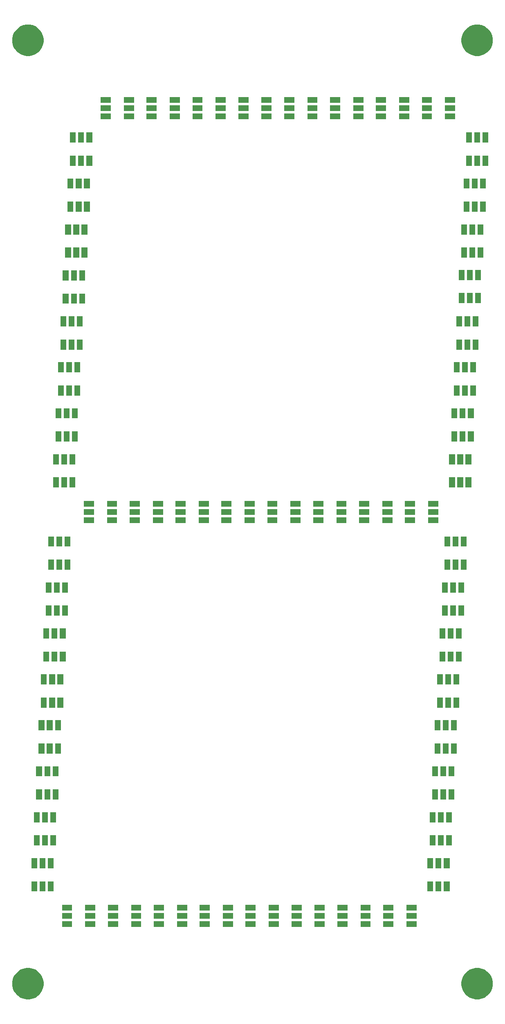
<source format=gbr>
G04 #@! TF.GenerationSoftware,KiCad,Pcbnew,(5.1.4)-1*
G04 #@! TF.CreationDate,2019-11-12T22:00:31+01:00*
G04 #@! TF.ProjectId,Digit,44696769-742e-46b6-9963-61645f706362,rev?*
G04 #@! TF.SameCoordinates,Original*
G04 #@! TF.FileFunction,Soldermask,Top*
G04 #@! TF.FilePolarity,Negative*
%FSLAX46Y46*%
G04 Gerber Fmt 4.6, Leading zero omitted, Abs format (unit mm)*
G04 Created by KiCad (PCBNEW (5.1.4)-1) date 2019-11-12 22:00:31*
%MOMM*%
%LPD*%
G04 APERTURE LIST*
%ADD10C,0.100000*%
G04 APERTURE END LIST*
D10*
G36*
X163448282Y-225373934D02*
G01*
X164039926Y-225619001D01*
X164572392Y-225974784D01*
X165025216Y-226427608D01*
X165380999Y-226960074D01*
X165626066Y-227551718D01*
X165751000Y-228179804D01*
X165751000Y-228820196D01*
X165626066Y-229448282D01*
X165380999Y-230039926D01*
X165025216Y-230572392D01*
X164572392Y-231025216D01*
X164039926Y-231380999D01*
X163448282Y-231626066D01*
X162820196Y-231751000D01*
X162179804Y-231751000D01*
X161551718Y-231626066D01*
X160960074Y-231380999D01*
X160427608Y-231025216D01*
X159974784Y-230572392D01*
X159619001Y-230039926D01*
X159373934Y-229448282D01*
X159249000Y-228820196D01*
X159249000Y-228179804D01*
X159373934Y-227551718D01*
X159619001Y-226960074D01*
X159974784Y-226427608D01*
X160427608Y-225974784D01*
X160960074Y-225619001D01*
X161551718Y-225373934D01*
X162179804Y-225249000D01*
X162820196Y-225249000D01*
X163448282Y-225373934D01*
X163448282Y-225373934D01*
G37*
G36*
X70448282Y-225373934D02*
G01*
X71039926Y-225619001D01*
X71572392Y-225974784D01*
X72025216Y-226427608D01*
X72380999Y-226960074D01*
X72626066Y-227551718D01*
X72751000Y-228179804D01*
X72751000Y-228820196D01*
X72626066Y-229448282D01*
X72380999Y-230039926D01*
X72025216Y-230572392D01*
X71572392Y-231025216D01*
X71039926Y-231380999D01*
X70448282Y-231626066D01*
X69820196Y-231751000D01*
X69179804Y-231751000D01*
X68551718Y-231626066D01*
X67960074Y-231380999D01*
X67427608Y-231025216D01*
X66974784Y-230572392D01*
X66619001Y-230039926D01*
X66373934Y-229448282D01*
X66249000Y-228820196D01*
X66249000Y-228179804D01*
X66373934Y-227551718D01*
X66619001Y-226960074D01*
X66974784Y-226427608D01*
X67427608Y-225974784D01*
X67960074Y-225619001D01*
X68551718Y-225373934D01*
X69179804Y-225249000D01*
X69820196Y-225249000D01*
X70448282Y-225373934D01*
X70448282Y-225373934D01*
G37*
G36*
X149951000Y-216801000D02*
G01*
X147849000Y-216801000D01*
X147849000Y-215599000D01*
X149951000Y-215599000D01*
X149951000Y-216801000D01*
X149951000Y-216801000D01*
G37*
G36*
X145151000Y-216801000D02*
G01*
X143049000Y-216801000D01*
X143049000Y-215599000D01*
X145151000Y-215599000D01*
X145151000Y-216801000D01*
X145151000Y-216801000D01*
G37*
G36*
X78651000Y-216801000D02*
G01*
X76549000Y-216801000D01*
X76549000Y-215599000D01*
X78651000Y-215599000D01*
X78651000Y-216801000D01*
X78651000Y-216801000D01*
G37*
G36*
X83451000Y-216801000D02*
G01*
X81349000Y-216801000D01*
X81349000Y-215599000D01*
X83451000Y-215599000D01*
X83451000Y-216801000D01*
X83451000Y-216801000D01*
G37*
G36*
X92951000Y-216801000D02*
G01*
X90849000Y-216801000D01*
X90849000Y-215599000D01*
X92951000Y-215599000D01*
X92951000Y-216801000D01*
X92951000Y-216801000D01*
G37*
G36*
X88151000Y-216801000D02*
G01*
X86049000Y-216801000D01*
X86049000Y-215599000D01*
X88151000Y-215599000D01*
X88151000Y-216801000D01*
X88151000Y-216801000D01*
G37*
G36*
X97651000Y-216801000D02*
G01*
X95549000Y-216801000D01*
X95549000Y-215599000D01*
X97651000Y-215599000D01*
X97651000Y-216801000D01*
X97651000Y-216801000D01*
G37*
G36*
X102451000Y-216801000D02*
G01*
X100349000Y-216801000D01*
X100349000Y-215599000D01*
X102451000Y-215599000D01*
X102451000Y-216801000D01*
X102451000Y-216801000D01*
G37*
G36*
X107151000Y-216801000D02*
G01*
X105049000Y-216801000D01*
X105049000Y-215599000D01*
X107151000Y-215599000D01*
X107151000Y-216801000D01*
X107151000Y-216801000D01*
G37*
G36*
X111951000Y-216801000D02*
G01*
X109849000Y-216801000D01*
X109849000Y-215599000D01*
X111951000Y-215599000D01*
X111951000Y-216801000D01*
X111951000Y-216801000D01*
G37*
G36*
X116651000Y-216801000D02*
G01*
X114549000Y-216801000D01*
X114549000Y-215599000D01*
X116651000Y-215599000D01*
X116651000Y-216801000D01*
X116651000Y-216801000D01*
G37*
G36*
X121451000Y-216801000D02*
G01*
X119349000Y-216801000D01*
X119349000Y-215599000D01*
X121451000Y-215599000D01*
X121451000Y-216801000D01*
X121451000Y-216801000D01*
G37*
G36*
X126151000Y-216801000D02*
G01*
X124049000Y-216801000D01*
X124049000Y-215599000D01*
X126151000Y-215599000D01*
X126151000Y-216801000D01*
X126151000Y-216801000D01*
G37*
G36*
X130951000Y-216801000D02*
G01*
X128849000Y-216801000D01*
X128849000Y-215599000D01*
X130951000Y-215599000D01*
X130951000Y-216801000D01*
X130951000Y-216801000D01*
G37*
G36*
X135651000Y-216801000D02*
G01*
X133549000Y-216801000D01*
X133549000Y-215599000D01*
X135651000Y-215599000D01*
X135651000Y-216801000D01*
X135651000Y-216801000D01*
G37*
G36*
X140451000Y-216801000D02*
G01*
X138349000Y-216801000D01*
X138349000Y-215599000D01*
X140451000Y-215599000D01*
X140451000Y-216801000D01*
X140451000Y-216801000D01*
G37*
G36*
X135651000Y-215101000D02*
G01*
X133549000Y-215101000D01*
X133549000Y-213899000D01*
X135651000Y-213899000D01*
X135651000Y-215101000D01*
X135651000Y-215101000D01*
G37*
G36*
X102451000Y-215101000D02*
G01*
X100349000Y-215101000D01*
X100349000Y-213899000D01*
X102451000Y-213899000D01*
X102451000Y-215101000D01*
X102451000Y-215101000D01*
G37*
G36*
X107151000Y-215101000D02*
G01*
X105049000Y-215101000D01*
X105049000Y-213899000D01*
X107151000Y-213899000D01*
X107151000Y-215101000D01*
X107151000Y-215101000D01*
G37*
G36*
X111951000Y-215101000D02*
G01*
X109849000Y-215101000D01*
X109849000Y-213899000D01*
X111951000Y-213899000D01*
X111951000Y-215101000D01*
X111951000Y-215101000D01*
G37*
G36*
X97651000Y-215101000D02*
G01*
X95549000Y-215101000D01*
X95549000Y-213899000D01*
X97651000Y-213899000D01*
X97651000Y-215101000D01*
X97651000Y-215101000D01*
G37*
G36*
X88151000Y-215101000D02*
G01*
X86049000Y-215101000D01*
X86049000Y-213899000D01*
X88151000Y-213899000D01*
X88151000Y-215101000D01*
X88151000Y-215101000D01*
G37*
G36*
X116651000Y-215101000D02*
G01*
X114549000Y-215101000D01*
X114549000Y-213899000D01*
X116651000Y-213899000D01*
X116651000Y-215101000D01*
X116651000Y-215101000D01*
G37*
G36*
X121451000Y-215101000D02*
G01*
X119349000Y-215101000D01*
X119349000Y-213899000D01*
X121451000Y-213899000D01*
X121451000Y-215101000D01*
X121451000Y-215101000D01*
G37*
G36*
X126151000Y-215101000D02*
G01*
X124049000Y-215101000D01*
X124049000Y-213899000D01*
X126151000Y-213899000D01*
X126151000Y-215101000D01*
X126151000Y-215101000D01*
G37*
G36*
X149951000Y-215101000D02*
G01*
X147849000Y-215101000D01*
X147849000Y-213899000D01*
X149951000Y-213899000D01*
X149951000Y-215101000D01*
X149951000Y-215101000D01*
G37*
G36*
X140451000Y-215101000D02*
G01*
X138349000Y-215101000D01*
X138349000Y-213899000D01*
X140451000Y-213899000D01*
X140451000Y-215101000D01*
X140451000Y-215101000D01*
G37*
G36*
X145151000Y-215101000D02*
G01*
X143049000Y-215101000D01*
X143049000Y-213899000D01*
X145151000Y-213899000D01*
X145151000Y-215101000D01*
X145151000Y-215101000D01*
G37*
G36*
X92951000Y-215101000D02*
G01*
X90849000Y-215101000D01*
X90849000Y-213899000D01*
X92951000Y-213899000D01*
X92951000Y-215101000D01*
X92951000Y-215101000D01*
G37*
G36*
X78651000Y-215101000D02*
G01*
X76549000Y-215101000D01*
X76549000Y-213899000D01*
X78651000Y-213899000D01*
X78651000Y-215101000D01*
X78651000Y-215101000D01*
G37*
G36*
X83451000Y-215101000D02*
G01*
X81349000Y-215101000D01*
X81349000Y-213899000D01*
X83451000Y-213899000D01*
X83451000Y-215101000D01*
X83451000Y-215101000D01*
G37*
G36*
X130951000Y-215101000D02*
G01*
X128849000Y-215101000D01*
X128849000Y-213899000D01*
X130951000Y-213899000D01*
X130951000Y-215101000D01*
X130951000Y-215101000D01*
G37*
G36*
X97651000Y-213401000D02*
G01*
X95549000Y-213401000D01*
X95549000Y-212199000D01*
X97651000Y-212199000D01*
X97651000Y-213401000D01*
X97651000Y-213401000D01*
G37*
G36*
X78651000Y-213401000D02*
G01*
X76549000Y-213401000D01*
X76549000Y-212199000D01*
X78651000Y-212199000D01*
X78651000Y-213401000D01*
X78651000Y-213401000D01*
G37*
G36*
X111951000Y-213401000D02*
G01*
X109849000Y-213401000D01*
X109849000Y-212199000D01*
X111951000Y-212199000D01*
X111951000Y-213401000D01*
X111951000Y-213401000D01*
G37*
G36*
X116651000Y-213401000D02*
G01*
X114549000Y-213401000D01*
X114549000Y-212199000D01*
X116651000Y-212199000D01*
X116651000Y-213401000D01*
X116651000Y-213401000D01*
G37*
G36*
X102451000Y-213401000D02*
G01*
X100349000Y-213401000D01*
X100349000Y-212199000D01*
X102451000Y-212199000D01*
X102451000Y-213401000D01*
X102451000Y-213401000D01*
G37*
G36*
X121451000Y-213401000D02*
G01*
X119349000Y-213401000D01*
X119349000Y-212199000D01*
X121451000Y-212199000D01*
X121451000Y-213401000D01*
X121451000Y-213401000D01*
G37*
G36*
X126151000Y-213401000D02*
G01*
X124049000Y-213401000D01*
X124049000Y-212199000D01*
X126151000Y-212199000D01*
X126151000Y-213401000D01*
X126151000Y-213401000D01*
G37*
G36*
X130951000Y-213401000D02*
G01*
X128849000Y-213401000D01*
X128849000Y-212199000D01*
X130951000Y-212199000D01*
X130951000Y-213401000D01*
X130951000Y-213401000D01*
G37*
G36*
X107151000Y-213401000D02*
G01*
X105049000Y-213401000D01*
X105049000Y-212199000D01*
X107151000Y-212199000D01*
X107151000Y-213401000D01*
X107151000Y-213401000D01*
G37*
G36*
X135651000Y-213401000D02*
G01*
X133549000Y-213401000D01*
X133549000Y-212199000D01*
X135651000Y-212199000D01*
X135651000Y-213401000D01*
X135651000Y-213401000D01*
G37*
G36*
X83451000Y-213401000D02*
G01*
X81349000Y-213401000D01*
X81349000Y-212199000D01*
X83451000Y-212199000D01*
X83451000Y-213401000D01*
X83451000Y-213401000D01*
G37*
G36*
X149951000Y-213401000D02*
G01*
X147849000Y-213401000D01*
X147849000Y-212199000D01*
X149951000Y-212199000D01*
X149951000Y-213401000D01*
X149951000Y-213401000D01*
G37*
G36*
X145151000Y-213401000D02*
G01*
X143049000Y-213401000D01*
X143049000Y-212199000D01*
X145151000Y-212199000D01*
X145151000Y-213401000D01*
X145151000Y-213401000D01*
G37*
G36*
X92951000Y-213401000D02*
G01*
X90849000Y-213401000D01*
X90849000Y-212199000D01*
X92951000Y-212199000D01*
X92951000Y-213401000D01*
X92951000Y-213401000D01*
G37*
G36*
X88151000Y-213401000D02*
G01*
X86049000Y-213401000D01*
X86049000Y-212199000D01*
X88151000Y-212199000D01*
X88151000Y-213401000D01*
X88151000Y-213401000D01*
G37*
G36*
X140451000Y-213401000D02*
G01*
X138349000Y-213401000D01*
X138349000Y-212199000D01*
X140451000Y-212199000D01*
X140451000Y-213401000D01*
X140451000Y-213401000D01*
G37*
G36*
X156801000Y-209451000D02*
G01*
X155599000Y-209451000D01*
X155599000Y-207349000D01*
X156801000Y-207349000D01*
X156801000Y-209451000D01*
X156801000Y-209451000D01*
G37*
G36*
X74801000Y-209451000D02*
G01*
X73599000Y-209451000D01*
X73599000Y-207349000D01*
X74801000Y-207349000D01*
X74801000Y-209451000D01*
X74801000Y-209451000D01*
G37*
G36*
X73101000Y-209451000D02*
G01*
X71899000Y-209451000D01*
X71899000Y-207349000D01*
X73101000Y-207349000D01*
X73101000Y-209451000D01*
X73101000Y-209451000D01*
G37*
G36*
X71401000Y-209451000D02*
G01*
X70199000Y-209451000D01*
X70199000Y-207349000D01*
X71401000Y-207349000D01*
X71401000Y-209451000D01*
X71401000Y-209451000D01*
G37*
G36*
X155101000Y-209451000D02*
G01*
X153899000Y-209451000D01*
X153899000Y-207349000D01*
X155101000Y-207349000D01*
X155101000Y-209451000D01*
X155101000Y-209451000D01*
G37*
G36*
X153401000Y-209451000D02*
G01*
X152199000Y-209451000D01*
X152199000Y-207349000D01*
X153401000Y-207349000D01*
X153401000Y-209451000D01*
X153401000Y-209451000D01*
G37*
G36*
X153401000Y-204651000D02*
G01*
X152199000Y-204651000D01*
X152199000Y-202549000D01*
X153401000Y-202549000D01*
X153401000Y-204651000D01*
X153401000Y-204651000D01*
G37*
G36*
X74801000Y-204651000D02*
G01*
X73599000Y-204651000D01*
X73599000Y-202549000D01*
X74801000Y-202549000D01*
X74801000Y-204651000D01*
X74801000Y-204651000D01*
G37*
G36*
X73101000Y-204651000D02*
G01*
X71899000Y-204651000D01*
X71899000Y-202549000D01*
X73101000Y-202549000D01*
X73101000Y-204651000D01*
X73101000Y-204651000D01*
G37*
G36*
X71401000Y-204651000D02*
G01*
X70199000Y-204651000D01*
X70199000Y-202549000D01*
X71401000Y-202549000D01*
X71401000Y-204651000D01*
X71401000Y-204651000D01*
G37*
G36*
X156801000Y-204651000D02*
G01*
X155599000Y-204651000D01*
X155599000Y-202549000D01*
X156801000Y-202549000D01*
X156801000Y-204651000D01*
X156801000Y-204651000D01*
G37*
G36*
X155101000Y-204651000D02*
G01*
X153899000Y-204651000D01*
X153899000Y-202549000D01*
X155101000Y-202549000D01*
X155101000Y-204651000D01*
X155101000Y-204651000D01*
G37*
G36*
X73601000Y-199951000D02*
G01*
X72399000Y-199951000D01*
X72399000Y-197849000D01*
X73601000Y-197849000D01*
X73601000Y-199951000D01*
X73601000Y-199951000D01*
G37*
G36*
X157301000Y-199951000D02*
G01*
X156099000Y-199951000D01*
X156099000Y-197849000D01*
X157301000Y-197849000D01*
X157301000Y-199951000D01*
X157301000Y-199951000D01*
G37*
G36*
X155601000Y-199951000D02*
G01*
X154399000Y-199951000D01*
X154399000Y-197849000D01*
X155601000Y-197849000D01*
X155601000Y-199951000D01*
X155601000Y-199951000D01*
G37*
G36*
X75301000Y-199951000D02*
G01*
X74099000Y-199951000D01*
X74099000Y-197849000D01*
X75301000Y-197849000D01*
X75301000Y-199951000D01*
X75301000Y-199951000D01*
G37*
G36*
X71901000Y-199951000D02*
G01*
X70699000Y-199951000D01*
X70699000Y-197849000D01*
X71901000Y-197849000D01*
X71901000Y-199951000D01*
X71901000Y-199951000D01*
G37*
G36*
X153901000Y-199951000D02*
G01*
X152699000Y-199951000D01*
X152699000Y-197849000D01*
X153901000Y-197849000D01*
X153901000Y-199951000D01*
X153901000Y-199951000D01*
G37*
G36*
X155601000Y-195151000D02*
G01*
X154399000Y-195151000D01*
X154399000Y-193049000D01*
X155601000Y-193049000D01*
X155601000Y-195151000D01*
X155601000Y-195151000D01*
G37*
G36*
X71901000Y-195151000D02*
G01*
X70699000Y-195151000D01*
X70699000Y-193049000D01*
X71901000Y-193049000D01*
X71901000Y-195151000D01*
X71901000Y-195151000D01*
G37*
G36*
X73601000Y-195151000D02*
G01*
X72399000Y-195151000D01*
X72399000Y-193049000D01*
X73601000Y-193049000D01*
X73601000Y-195151000D01*
X73601000Y-195151000D01*
G37*
G36*
X75301000Y-195151000D02*
G01*
X74099000Y-195151000D01*
X74099000Y-193049000D01*
X75301000Y-193049000D01*
X75301000Y-195151000D01*
X75301000Y-195151000D01*
G37*
G36*
X157301000Y-195151000D02*
G01*
X156099000Y-195151000D01*
X156099000Y-193049000D01*
X157301000Y-193049000D01*
X157301000Y-195151000D01*
X157301000Y-195151000D01*
G37*
G36*
X153901000Y-195151000D02*
G01*
X152699000Y-195151000D01*
X152699000Y-193049000D01*
X153901000Y-193049000D01*
X153901000Y-195151000D01*
X153901000Y-195151000D01*
G37*
G36*
X156101000Y-190451000D02*
G01*
X154899000Y-190451000D01*
X154899000Y-188349000D01*
X156101000Y-188349000D01*
X156101000Y-190451000D01*
X156101000Y-190451000D01*
G37*
G36*
X72401000Y-190451000D02*
G01*
X71199000Y-190451000D01*
X71199000Y-188349000D01*
X72401000Y-188349000D01*
X72401000Y-190451000D01*
X72401000Y-190451000D01*
G37*
G36*
X157801000Y-190451000D02*
G01*
X156599000Y-190451000D01*
X156599000Y-188349000D01*
X157801000Y-188349000D01*
X157801000Y-190451000D01*
X157801000Y-190451000D01*
G37*
G36*
X154401000Y-190451000D02*
G01*
X153199000Y-190451000D01*
X153199000Y-188349000D01*
X154401000Y-188349000D01*
X154401000Y-190451000D01*
X154401000Y-190451000D01*
G37*
G36*
X74101000Y-190451000D02*
G01*
X72899000Y-190451000D01*
X72899000Y-188349000D01*
X74101000Y-188349000D01*
X74101000Y-190451000D01*
X74101000Y-190451000D01*
G37*
G36*
X75801000Y-190451000D02*
G01*
X74599000Y-190451000D01*
X74599000Y-188349000D01*
X75801000Y-188349000D01*
X75801000Y-190451000D01*
X75801000Y-190451000D01*
G37*
G36*
X72401000Y-185651000D02*
G01*
X71199000Y-185651000D01*
X71199000Y-183549000D01*
X72401000Y-183549000D01*
X72401000Y-185651000D01*
X72401000Y-185651000D01*
G37*
G36*
X74101000Y-185651000D02*
G01*
X72899000Y-185651000D01*
X72899000Y-183549000D01*
X74101000Y-183549000D01*
X74101000Y-185651000D01*
X74101000Y-185651000D01*
G37*
G36*
X75801000Y-185651000D02*
G01*
X74599000Y-185651000D01*
X74599000Y-183549000D01*
X75801000Y-183549000D01*
X75801000Y-185651000D01*
X75801000Y-185651000D01*
G37*
G36*
X154401000Y-185651000D02*
G01*
X153199000Y-185651000D01*
X153199000Y-183549000D01*
X154401000Y-183549000D01*
X154401000Y-185651000D01*
X154401000Y-185651000D01*
G37*
G36*
X156101000Y-185651000D02*
G01*
X154899000Y-185651000D01*
X154899000Y-183549000D01*
X156101000Y-183549000D01*
X156101000Y-185651000D01*
X156101000Y-185651000D01*
G37*
G36*
X157801000Y-185651000D02*
G01*
X156599000Y-185651000D01*
X156599000Y-183549000D01*
X157801000Y-183549000D01*
X157801000Y-185651000D01*
X157801000Y-185651000D01*
G37*
G36*
X154901000Y-180951000D02*
G01*
X153699000Y-180951000D01*
X153699000Y-178849000D01*
X154901000Y-178849000D01*
X154901000Y-180951000D01*
X154901000Y-180951000D01*
G37*
G36*
X158301000Y-180951000D02*
G01*
X157099000Y-180951000D01*
X157099000Y-178849000D01*
X158301000Y-178849000D01*
X158301000Y-180951000D01*
X158301000Y-180951000D01*
G37*
G36*
X156601000Y-180951000D02*
G01*
X155399000Y-180951000D01*
X155399000Y-178849000D01*
X156601000Y-178849000D01*
X156601000Y-180951000D01*
X156601000Y-180951000D01*
G37*
G36*
X74601000Y-180951000D02*
G01*
X73399000Y-180951000D01*
X73399000Y-178849000D01*
X74601000Y-178849000D01*
X74601000Y-180951000D01*
X74601000Y-180951000D01*
G37*
G36*
X76301000Y-180951000D02*
G01*
X75099000Y-180951000D01*
X75099000Y-178849000D01*
X76301000Y-178849000D01*
X76301000Y-180951000D01*
X76301000Y-180951000D01*
G37*
G36*
X72901000Y-180951000D02*
G01*
X71699000Y-180951000D01*
X71699000Y-178849000D01*
X72901000Y-178849000D01*
X72901000Y-180951000D01*
X72901000Y-180951000D01*
G37*
G36*
X72901000Y-176151000D02*
G01*
X71699000Y-176151000D01*
X71699000Y-174049000D01*
X72901000Y-174049000D01*
X72901000Y-176151000D01*
X72901000Y-176151000D01*
G37*
G36*
X158301000Y-176151000D02*
G01*
X157099000Y-176151000D01*
X157099000Y-174049000D01*
X158301000Y-174049000D01*
X158301000Y-176151000D01*
X158301000Y-176151000D01*
G37*
G36*
X74601000Y-176151000D02*
G01*
X73399000Y-176151000D01*
X73399000Y-174049000D01*
X74601000Y-174049000D01*
X74601000Y-176151000D01*
X74601000Y-176151000D01*
G37*
G36*
X76301000Y-176151000D02*
G01*
X75099000Y-176151000D01*
X75099000Y-174049000D01*
X76301000Y-174049000D01*
X76301000Y-176151000D01*
X76301000Y-176151000D01*
G37*
G36*
X154901000Y-176151000D02*
G01*
X153699000Y-176151000D01*
X153699000Y-174049000D01*
X154901000Y-174049000D01*
X154901000Y-176151000D01*
X154901000Y-176151000D01*
G37*
G36*
X156601000Y-176151000D02*
G01*
X155399000Y-176151000D01*
X155399000Y-174049000D01*
X156601000Y-174049000D01*
X156601000Y-176151000D01*
X156601000Y-176151000D01*
G37*
G36*
X76801000Y-171451000D02*
G01*
X75599000Y-171451000D01*
X75599000Y-169349000D01*
X76801000Y-169349000D01*
X76801000Y-171451000D01*
X76801000Y-171451000D01*
G37*
G36*
X158801000Y-171451000D02*
G01*
X157599000Y-171451000D01*
X157599000Y-169349000D01*
X158801000Y-169349000D01*
X158801000Y-171451000D01*
X158801000Y-171451000D01*
G37*
G36*
X157101000Y-171451000D02*
G01*
X155899000Y-171451000D01*
X155899000Y-169349000D01*
X157101000Y-169349000D01*
X157101000Y-171451000D01*
X157101000Y-171451000D01*
G37*
G36*
X75101000Y-171451000D02*
G01*
X73899000Y-171451000D01*
X73899000Y-169349000D01*
X75101000Y-169349000D01*
X75101000Y-171451000D01*
X75101000Y-171451000D01*
G37*
G36*
X73401000Y-171451000D02*
G01*
X72199000Y-171451000D01*
X72199000Y-169349000D01*
X73401000Y-169349000D01*
X73401000Y-171451000D01*
X73401000Y-171451000D01*
G37*
G36*
X155401000Y-171451000D02*
G01*
X154199000Y-171451000D01*
X154199000Y-169349000D01*
X155401000Y-169349000D01*
X155401000Y-171451000D01*
X155401000Y-171451000D01*
G37*
G36*
X75101000Y-166651000D02*
G01*
X73899000Y-166651000D01*
X73899000Y-164549000D01*
X75101000Y-164549000D01*
X75101000Y-166651000D01*
X75101000Y-166651000D01*
G37*
G36*
X158801000Y-166651000D02*
G01*
X157599000Y-166651000D01*
X157599000Y-164549000D01*
X158801000Y-164549000D01*
X158801000Y-166651000D01*
X158801000Y-166651000D01*
G37*
G36*
X76801000Y-166651000D02*
G01*
X75599000Y-166651000D01*
X75599000Y-164549000D01*
X76801000Y-164549000D01*
X76801000Y-166651000D01*
X76801000Y-166651000D01*
G37*
G36*
X73401000Y-166651000D02*
G01*
X72199000Y-166651000D01*
X72199000Y-164549000D01*
X73401000Y-164549000D01*
X73401000Y-166651000D01*
X73401000Y-166651000D01*
G37*
G36*
X157101000Y-166651000D02*
G01*
X155899000Y-166651000D01*
X155899000Y-164549000D01*
X157101000Y-164549000D01*
X157101000Y-166651000D01*
X157101000Y-166651000D01*
G37*
G36*
X155401000Y-166651000D02*
G01*
X154199000Y-166651000D01*
X154199000Y-164549000D01*
X155401000Y-164549000D01*
X155401000Y-166651000D01*
X155401000Y-166651000D01*
G37*
G36*
X77301000Y-161951000D02*
G01*
X76099000Y-161951000D01*
X76099000Y-159849000D01*
X77301000Y-159849000D01*
X77301000Y-161951000D01*
X77301000Y-161951000D01*
G37*
G36*
X155901000Y-161951000D02*
G01*
X154699000Y-161951000D01*
X154699000Y-159849000D01*
X155901000Y-159849000D01*
X155901000Y-161951000D01*
X155901000Y-161951000D01*
G37*
G36*
X157601000Y-161951000D02*
G01*
X156399000Y-161951000D01*
X156399000Y-159849000D01*
X157601000Y-159849000D01*
X157601000Y-161951000D01*
X157601000Y-161951000D01*
G37*
G36*
X73901000Y-161951000D02*
G01*
X72699000Y-161951000D01*
X72699000Y-159849000D01*
X73901000Y-159849000D01*
X73901000Y-161951000D01*
X73901000Y-161951000D01*
G37*
G36*
X75601000Y-161951000D02*
G01*
X74399000Y-161951000D01*
X74399000Y-159849000D01*
X75601000Y-159849000D01*
X75601000Y-161951000D01*
X75601000Y-161951000D01*
G37*
G36*
X159301000Y-161951000D02*
G01*
X158099000Y-161951000D01*
X158099000Y-159849000D01*
X159301000Y-159849000D01*
X159301000Y-161951000D01*
X159301000Y-161951000D01*
G37*
G36*
X73901000Y-157151000D02*
G01*
X72699000Y-157151000D01*
X72699000Y-155049000D01*
X73901000Y-155049000D01*
X73901000Y-157151000D01*
X73901000Y-157151000D01*
G37*
G36*
X157601000Y-157151000D02*
G01*
X156399000Y-157151000D01*
X156399000Y-155049000D01*
X157601000Y-155049000D01*
X157601000Y-157151000D01*
X157601000Y-157151000D01*
G37*
G36*
X159301000Y-157151000D02*
G01*
X158099000Y-157151000D01*
X158099000Y-155049000D01*
X159301000Y-155049000D01*
X159301000Y-157151000D01*
X159301000Y-157151000D01*
G37*
G36*
X155901000Y-157151000D02*
G01*
X154699000Y-157151000D01*
X154699000Y-155049000D01*
X155901000Y-155049000D01*
X155901000Y-157151000D01*
X155901000Y-157151000D01*
G37*
G36*
X77301000Y-157151000D02*
G01*
X76099000Y-157151000D01*
X76099000Y-155049000D01*
X77301000Y-155049000D01*
X77301000Y-157151000D01*
X77301000Y-157151000D01*
G37*
G36*
X75601000Y-157151000D02*
G01*
X74399000Y-157151000D01*
X74399000Y-155049000D01*
X75601000Y-155049000D01*
X75601000Y-157151000D01*
X75601000Y-157151000D01*
G37*
G36*
X159801000Y-152451000D02*
G01*
X158599000Y-152451000D01*
X158599000Y-150349000D01*
X159801000Y-150349000D01*
X159801000Y-152451000D01*
X159801000Y-152451000D01*
G37*
G36*
X77801000Y-152451000D02*
G01*
X76599000Y-152451000D01*
X76599000Y-150349000D01*
X77801000Y-150349000D01*
X77801000Y-152451000D01*
X77801000Y-152451000D01*
G37*
G36*
X76101000Y-152451000D02*
G01*
X74899000Y-152451000D01*
X74899000Y-150349000D01*
X76101000Y-150349000D01*
X76101000Y-152451000D01*
X76101000Y-152451000D01*
G37*
G36*
X74401000Y-152451000D02*
G01*
X73199000Y-152451000D01*
X73199000Y-150349000D01*
X74401000Y-150349000D01*
X74401000Y-152451000D01*
X74401000Y-152451000D01*
G37*
G36*
X156401000Y-152451000D02*
G01*
X155199000Y-152451000D01*
X155199000Y-150349000D01*
X156401000Y-150349000D01*
X156401000Y-152451000D01*
X156401000Y-152451000D01*
G37*
G36*
X158101000Y-152451000D02*
G01*
X156899000Y-152451000D01*
X156899000Y-150349000D01*
X158101000Y-150349000D01*
X158101000Y-152451000D01*
X158101000Y-152451000D01*
G37*
G36*
X77801000Y-147651000D02*
G01*
X76599000Y-147651000D01*
X76599000Y-145549000D01*
X77801000Y-145549000D01*
X77801000Y-147651000D01*
X77801000Y-147651000D01*
G37*
G36*
X159801000Y-147651000D02*
G01*
X158599000Y-147651000D01*
X158599000Y-145549000D01*
X159801000Y-145549000D01*
X159801000Y-147651000D01*
X159801000Y-147651000D01*
G37*
G36*
X74401000Y-147651000D02*
G01*
X73199000Y-147651000D01*
X73199000Y-145549000D01*
X74401000Y-145549000D01*
X74401000Y-147651000D01*
X74401000Y-147651000D01*
G37*
G36*
X158101000Y-147651000D02*
G01*
X156899000Y-147651000D01*
X156899000Y-145549000D01*
X158101000Y-145549000D01*
X158101000Y-147651000D01*
X158101000Y-147651000D01*
G37*
G36*
X76101000Y-147651000D02*
G01*
X74899000Y-147651000D01*
X74899000Y-145549000D01*
X76101000Y-145549000D01*
X76101000Y-147651000D01*
X76101000Y-147651000D01*
G37*
G36*
X156401000Y-147651000D02*
G01*
X155199000Y-147651000D01*
X155199000Y-145549000D01*
X156401000Y-145549000D01*
X156401000Y-147651000D01*
X156401000Y-147651000D01*
G37*
G36*
X156901000Y-142951000D02*
G01*
X155699000Y-142951000D01*
X155699000Y-140849000D01*
X156901000Y-140849000D01*
X156901000Y-142951000D01*
X156901000Y-142951000D01*
G37*
G36*
X158601000Y-142951000D02*
G01*
X157399000Y-142951000D01*
X157399000Y-140849000D01*
X158601000Y-140849000D01*
X158601000Y-142951000D01*
X158601000Y-142951000D01*
G37*
G36*
X160301000Y-142951000D02*
G01*
X159099000Y-142951000D01*
X159099000Y-140849000D01*
X160301000Y-140849000D01*
X160301000Y-142951000D01*
X160301000Y-142951000D01*
G37*
G36*
X74901000Y-142951000D02*
G01*
X73699000Y-142951000D01*
X73699000Y-140849000D01*
X74901000Y-140849000D01*
X74901000Y-142951000D01*
X74901000Y-142951000D01*
G37*
G36*
X76601000Y-142951000D02*
G01*
X75399000Y-142951000D01*
X75399000Y-140849000D01*
X76601000Y-140849000D01*
X76601000Y-142951000D01*
X76601000Y-142951000D01*
G37*
G36*
X78301000Y-142951000D02*
G01*
X77099000Y-142951000D01*
X77099000Y-140849000D01*
X78301000Y-140849000D01*
X78301000Y-142951000D01*
X78301000Y-142951000D01*
G37*
G36*
X160301000Y-138151000D02*
G01*
X159099000Y-138151000D01*
X159099000Y-136049000D01*
X160301000Y-136049000D01*
X160301000Y-138151000D01*
X160301000Y-138151000D01*
G37*
G36*
X158601000Y-138151000D02*
G01*
X157399000Y-138151000D01*
X157399000Y-136049000D01*
X158601000Y-136049000D01*
X158601000Y-138151000D01*
X158601000Y-138151000D01*
G37*
G36*
X156901000Y-138151000D02*
G01*
X155699000Y-138151000D01*
X155699000Y-136049000D01*
X156901000Y-136049000D01*
X156901000Y-138151000D01*
X156901000Y-138151000D01*
G37*
G36*
X78301000Y-138151000D02*
G01*
X77099000Y-138151000D01*
X77099000Y-136049000D01*
X78301000Y-136049000D01*
X78301000Y-138151000D01*
X78301000Y-138151000D01*
G37*
G36*
X76601000Y-138151000D02*
G01*
X75399000Y-138151000D01*
X75399000Y-136049000D01*
X76601000Y-136049000D01*
X76601000Y-138151000D01*
X76601000Y-138151000D01*
G37*
G36*
X74901000Y-138151000D02*
G01*
X73699000Y-138151000D01*
X73699000Y-136049000D01*
X74901000Y-136049000D01*
X74901000Y-138151000D01*
X74901000Y-138151000D01*
G37*
G36*
X83151000Y-133301000D02*
G01*
X81049000Y-133301000D01*
X81049000Y-132099000D01*
X83151000Y-132099000D01*
X83151000Y-133301000D01*
X83151000Y-133301000D01*
G37*
G36*
X144951000Y-133301000D02*
G01*
X142849000Y-133301000D01*
X142849000Y-132099000D01*
X144951000Y-132099000D01*
X144951000Y-133301000D01*
X144951000Y-133301000D01*
G37*
G36*
X97451000Y-133301000D02*
G01*
X95349000Y-133301000D01*
X95349000Y-132099000D01*
X97451000Y-132099000D01*
X97451000Y-133301000D01*
X97451000Y-133301000D01*
G37*
G36*
X102151000Y-133301000D02*
G01*
X100049000Y-133301000D01*
X100049000Y-132099000D01*
X102151000Y-132099000D01*
X102151000Y-133301000D01*
X102151000Y-133301000D01*
G37*
G36*
X106951000Y-133301000D02*
G01*
X104849000Y-133301000D01*
X104849000Y-132099000D01*
X106951000Y-132099000D01*
X106951000Y-133301000D01*
X106951000Y-133301000D01*
G37*
G36*
X111651000Y-133301000D02*
G01*
X109549000Y-133301000D01*
X109549000Y-132099000D01*
X111651000Y-132099000D01*
X111651000Y-133301000D01*
X111651000Y-133301000D01*
G37*
G36*
X116451000Y-133301000D02*
G01*
X114349000Y-133301000D01*
X114349000Y-132099000D01*
X116451000Y-132099000D01*
X116451000Y-133301000D01*
X116451000Y-133301000D01*
G37*
G36*
X121151000Y-133301000D02*
G01*
X119049000Y-133301000D01*
X119049000Y-132099000D01*
X121151000Y-132099000D01*
X121151000Y-133301000D01*
X121151000Y-133301000D01*
G37*
G36*
X125951000Y-133301000D02*
G01*
X123849000Y-133301000D01*
X123849000Y-132099000D01*
X125951000Y-132099000D01*
X125951000Y-133301000D01*
X125951000Y-133301000D01*
G37*
G36*
X130651000Y-133301000D02*
G01*
X128549000Y-133301000D01*
X128549000Y-132099000D01*
X130651000Y-132099000D01*
X130651000Y-133301000D01*
X130651000Y-133301000D01*
G37*
G36*
X135451000Y-133301000D02*
G01*
X133349000Y-133301000D01*
X133349000Y-132099000D01*
X135451000Y-132099000D01*
X135451000Y-133301000D01*
X135451000Y-133301000D01*
G37*
G36*
X140151000Y-133301000D02*
G01*
X138049000Y-133301000D01*
X138049000Y-132099000D01*
X140151000Y-132099000D01*
X140151000Y-133301000D01*
X140151000Y-133301000D01*
G37*
G36*
X154451000Y-133301000D02*
G01*
X152349000Y-133301000D01*
X152349000Y-132099000D01*
X154451000Y-132099000D01*
X154451000Y-133301000D01*
X154451000Y-133301000D01*
G37*
G36*
X149651000Y-133301000D02*
G01*
X147549000Y-133301000D01*
X147549000Y-132099000D01*
X149651000Y-132099000D01*
X149651000Y-133301000D01*
X149651000Y-133301000D01*
G37*
G36*
X87951000Y-133301000D02*
G01*
X85849000Y-133301000D01*
X85849000Y-132099000D01*
X87951000Y-132099000D01*
X87951000Y-133301000D01*
X87951000Y-133301000D01*
G37*
G36*
X92651000Y-133301000D02*
G01*
X90549000Y-133301000D01*
X90549000Y-132099000D01*
X92651000Y-132099000D01*
X92651000Y-133301000D01*
X92651000Y-133301000D01*
G37*
G36*
X135451000Y-131601000D02*
G01*
X133349000Y-131601000D01*
X133349000Y-130399000D01*
X135451000Y-130399000D01*
X135451000Y-131601000D01*
X135451000Y-131601000D01*
G37*
G36*
X149651000Y-131601000D02*
G01*
X147549000Y-131601000D01*
X147549000Y-130399000D01*
X149651000Y-130399000D01*
X149651000Y-131601000D01*
X149651000Y-131601000D01*
G37*
G36*
X140151000Y-131601000D02*
G01*
X138049000Y-131601000D01*
X138049000Y-130399000D01*
X140151000Y-130399000D01*
X140151000Y-131601000D01*
X140151000Y-131601000D01*
G37*
G36*
X154451000Y-131601000D02*
G01*
X152349000Y-131601000D01*
X152349000Y-130399000D01*
X154451000Y-130399000D01*
X154451000Y-131601000D01*
X154451000Y-131601000D01*
G37*
G36*
X83151000Y-131601000D02*
G01*
X81049000Y-131601000D01*
X81049000Y-130399000D01*
X83151000Y-130399000D01*
X83151000Y-131601000D01*
X83151000Y-131601000D01*
G37*
G36*
X87951000Y-131601000D02*
G01*
X85849000Y-131601000D01*
X85849000Y-130399000D01*
X87951000Y-130399000D01*
X87951000Y-131601000D01*
X87951000Y-131601000D01*
G37*
G36*
X92651000Y-131601000D02*
G01*
X90549000Y-131601000D01*
X90549000Y-130399000D01*
X92651000Y-130399000D01*
X92651000Y-131601000D01*
X92651000Y-131601000D01*
G37*
G36*
X97451000Y-131601000D02*
G01*
X95349000Y-131601000D01*
X95349000Y-130399000D01*
X97451000Y-130399000D01*
X97451000Y-131601000D01*
X97451000Y-131601000D01*
G37*
G36*
X106951000Y-131601000D02*
G01*
X104849000Y-131601000D01*
X104849000Y-130399000D01*
X106951000Y-130399000D01*
X106951000Y-131601000D01*
X106951000Y-131601000D01*
G37*
G36*
X144951000Y-131601000D02*
G01*
X142849000Y-131601000D01*
X142849000Y-130399000D01*
X144951000Y-130399000D01*
X144951000Y-131601000D01*
X144951000Y-131601000D01*
G37*
G36*
X111651000Y-131601000D02*
G01*
X109549000Y-131601000D01*
X109549000Y-130399000D01*
X111651000Y-130399000D01*
X111651000Y-131601000D01*
X111651000Y-131601000D01*
G37*
G36*
X116451000Y-131601000D02*
G01*
X114349000Y-131601000D01*
X114349000Y-130399000D01*
X116451000Y-130399000D01*
X116451000Y-131601000D01*
X116451000Y-131601000D01*
G37*
G36*
X121151000Y-131601000D02*
G01*
X119049000Y-131601000D01*
X119049000Y-130399000D01*
X121151000Y-130399000D01*
X121151000Y-131601000D01*
X121151000Y-131601000D01*
G37*
G36*
X125951000Y-131601000D02*
G01*
X123849000Y-131601000D01*
X123849000Y-130399000D01*
X125951000Y-130399000D01*
X125951000Y-131601000D01*
X125951000Y-131601000D01*
G37*
G36*
X130651000Y-131601000D02*
G01*
X128549000Y-131601000D01*
X128549000Y-130399000D01*
X130651000Y-130399000D01*
X130651000Y-131601000D01*
X130651000Y-131601000D01*
G37*
G36*
X102151000Y-131601000D02*
G01*
X100049000Y-131601000D01*
X100049000Y-130399000D01*
X102151000Y-130399000D01*
X102151000Y-131601000D01*
X102151000Y-131601000D01*
G37*
G36*
X130651000Y-129901000D02*
G01*
X128549000Y-129901000D01*
X128549000Y-128699000D01*
X130651000Y-128699000D01*
X130651000Y-129901000D01*
X130651000Y-129901000D01*
G37*
G36*
X125951000Y-129901000D02*
G01*
X123849000Y-129901000D01*
X123849000Y-128699000D01*
X125951000Y-128699000D01*
X125951000Y-129901000D01*
X125951000Y-129901000D01*
G37*
G36*
X135451000Y-129901000D02*
G01*
X133349000Y-129901000D01*
X133349000Y-128699000D01*
X135451000Y-128699000D01*
X135451000Y-129901000D01*
X135451000Y-129901000D01*
G37*
G36*
X140151000Y-129901000D02*
G01*
X138049000Y-129901000D01*
X138049000Y-128699000D01*
X140151000Y-128699000D01*
X140151000Y-129901000D01*
X140151000Y-129901000D01*
G37*
G36*
X144951000Y-129901000D02*
G01*
X142849000Y-129901000D01*
X142849000Y-128699000D01*
X144951000Y-128699000D01*
X144951000Y-129901000D01*
X144951000Y-129901000D01*
G37*
G36*
X149651000Y-129901000D02*
G01*
X147549000Y-129901000D01*
X147549000Y-128699000D01*
X149651000Y-128699000D01*
X149651000Y-129901000D01*
X149651000Y-129901000D01*
G37*
G36*
X111651000Y-129901000D02*
G01*
X109549000Y-129901000D01*
X109549000Y-128699000D01*
X111651000Y-128699000D01*
X111651000Y-129901000D01*
X111651000Y-129901000D01*
G37*
G36*
X116451000Y-129901000D02*
G01*
X114349000Y-129901000D01*
X114349000Y-128699000D01*
X116451000Y-128699000D01*
X116451000Y-129901000D01*
X116451000Y-129901000D01*
G37*
G36*
X106951000Y-129901000D02*
G01*
X104849000Y-129901000D01*
X104849000Y-128699000D01*
X106951000Y-128699000D01*
X106951000Y-129901000D01*
X106951000Y-129901000D01*
G37*
G36*
X102151000Y-129901000D02*
G01*
X100049000Y-129901000D01*
X100049000Y-128699000D01*
X102151000Y-128699000D01*
X102151000Y-129901000D01*
X102151000Y-129901000D01*
G37*
G36*
X83151000Y-129901000D02*
G01*
X81049000Y-129901000D01*
X81049000Y-128699000D01*
X83151000Y-128699000D01*
X83151000Y-129901000D01*
X83151000Y-129901000D01*
G37*
G36*
X97451000Y-129901000D02*
G01*
X95349000Y-129901000D01*
X95349000Y-128699000D01*
X97451000Y-128699000D01*
X97451000Y-129901000D01*
X97451000Y-129901000D01*
G37*
G36*
X87951000Y-129901000D02*
G01*
X85849000Y-129901000D01*
X85849000Y-128699000D01*
X87951000Y-128699000D01*
X87951000Y-129901000D01*
X87951000Y-129901000D01*
G37*
G36*
X92651000Y-129901000D02*
G01*
X90549000Y-129901000D01*
X90549000Y-128699000D01*
X92651000Y-128699000D01*
X92651000Y-129901000D01*
X92651000Y-129901000D01*
G37*
G36*
X154451000Y-129901000D02*
G01*
X152349000Y-129901000D01*
X152349000Y-128699000D01*
X154451000Y-128699000D01*
X154451000Y-129901000D01*
X154451000Y-129901000D01*
G37*
G36*
X121151000Y-129901000D02*
G01*
X119049000Y-129901000D01*
X119049000Y-128699000D01*
X121151000Y-128699000D01*
X121151000Y-129901000D01*
X121151000Y-129901000D01*
G37*
G36*
X77601000Y-125951000D02*
G01*
X76399000Y-125951000D01*
X76399000Y-123849000D01*
X77601000Y-123849000D01*
X77601000Y-125951000D01*
X77601000Y-125951000D01*
G37*
G36*
X79301000Y-125951000D02*
G01*
X78099000Y-125951000D01*
X78099000Y-123849000D01*
X79301000Y-123849000D01*
X79301000Y-125951000D01*
X79301000Y-125951000D01*
G37*
G36*
X75901000Y-125951000D02*
G01*
X74699000Y-125951000D01*
X74699000Y-123849000D01*
X75901000Y-123849000D01*
X75901000Y-125951000D01*
X75901000Y-125951000D01*
G37*
G36*
X161301000Y-125951000D02*
G01*
X160099000Y-125951000D01*
X160099000Y-123849000D01*
X161301000Y-123849000D01*
X161301000Y-125951000D01*
X161301000Y-125951000D01*
G37*
G36*
X159601000Y-125951000D02*
G01*
X158399000Y-125951000D01*
X158399000Y-123849000D01*
X159601000Y-123849000D01*
X159601000Y-125951000D01*
X159601000Y-125951000D01*
G37*
G36*
X157901000Y-125951000D02*
G01*
X156699000Y-125951000D01*
X156699000Y-123849000D01*
X157901000Y-123849000D01*
X157901000Y-125951000D01*
X157901000Y-125951000D01*
G37*
G36*
X161301000Y-121151000D02*
G01*
X160099000Y-121151000D01*
X160099000Y-119049000D01*
X161301000Y-119049000D01*
X161301000Y-121151000D01*
X161301000Y-121151000D01*
G37*
G36*
X79301000Y-121151000D02*
G01*
X78099000Y-121151000D01*
X78099000Y-119049000D01*
X79301000Y-119049000D01*
X79301000Y-121151000D01*
X79301000Y-121151000D01*
G37*
G36*
X77601000Y-121151000D02*
G01*
X76399000Y-121151000D01*
X76399000Y-119049000D01*
X77601000Y-119049000D01*
X77601000Y-121151000D01*
X77601000Y-121151000D01*
G37*
G36*
X75901000Y-121151000D02*
G01*
X74699000Y-121151000D01*
X74699000Y-119049000D01*
X75901000Y-119049000D01*
X75901000Y-121151000D01*
X75901000Y-121151000D01*
G37*
G36*
X157901000Y-121151000D02*
G01*
X156699000Y-121151000D01*
X156699000Y-119049000D01*
X157901000Y-119049000D01*
X157901000Y-121151000D01*
X157901000Y-121151000D01*
G37*
G36*
X159601000Y-121151000D02*
G01*
X158399000Y-121151000D01*
X158399000Y-119049000D01*
X159601000Y-119049000D01*
X159601000Y-121151000D01*
X159601000Y-121151000D01*
G37*
G36*
X76401000Y-116451000D02*
G01*
X75199000Y-116451000D01*
X75199000Y-114349000D01*
X76401000Y-114349000D01*
X76401000Y-116451000D01*
X76401000Y-116451000D01*
G37*
G36*
X78101000Y-116451000D02*
G01*
X76899000Y-116451000D01*
X76899000Y-114349000D01*
X78101000Y-114349000D01*
X78101000Y-116451000D01*
X78101000Y-116451000D01*
G37*
G36*
X79801000Y-116451000D02*
G01*
X78599000Y-116451000D01*
X78599000Y-114349000D01*
X79801000Y-114349000D01*
X79801000Y-116451000D01*
X79801000Y-116451000D01*
G37*
G36*
X158401000Y-116451000D02*
G01*
X157199000Y-116451000D01*
X157199000Y-114349000D01*
X158401000Y-114349000D01*
X158401000Y-116451000D01*
X158401000Y-116451000D01*
G37*
G36*
X161801000Y-116451000D02*
G01*
X160599000Y-116451000D01*
X160599000Y-114349000D01*
X161801000Y-114349000D01*
X161801000Y-116451000D01*
X161801000Y-116451000D01*
G37*
G36*
X160101000Y-116451000D02*
G01*
X158899000Y-116451000D01*
X158899000Y-114349000D01*
X160101000Y-114349000D01*
X160101000Y-116451000D01*
X160101000Y-116451000D01*
G37*
G36*
X158401000Y-111651000D02*
G01*
X157199000Y-111651000D01*
X157199000Y-109549000D01*
X158401000Y-109549000D01*
X158401000Y-111651000D01*
X158401000Y-111651000D01*
G37*
G36*
X78101000Y-111651000D02*
G01*
X76899000Y-111651000D01*
X76899000Y-109549000D01*
X78101000Y-109549000D01*
X78101000Y-111651000D01*
X78101000Y-111651000D01*
G37*
G36*
X76401000Y-111651000D02*
G01*
X75199000Y-111651000D01*
X75199000Y-109549000D01*
X76401000Y-109549000D01*
X76401000Y-111651000D01*
X76401000Y-111651000D01*
G37*
G36*
X160101000Y-111651000D02*
G01*
X158899000Y-111651000D01*
X158899000Y-109549000D01*
X160101000Y-109549000D01*
X160101000Y-111651000D01*
X160101000Y-111651000D01*
G37*
G36*
X79801000Y-111651000D02*
G01*
X78599000Y-111651000D01*
X78599000Y-109549000D01*
X79801000Y-109549000D01*
X79801000Y-111651000D01*
X79801000Y-111651000D01*
G37*
G36*
X161801000Y-111651000D02*
G01*
X160599000Y-111651000D01*
X160599000Y-109549000D01*
X161801000Y-109549000D01*
X161801000Y-111651000D01*
X161801000Y-111651000D01*
G37*
G36*
X160601000Y-106951000D02*
G01*
X159399000Y-106951000D01*
X159399000Y-104849000D01*
X160601000Y-104849000D01*
X160601000Y-106951000D01*
X160601000Y-106951000D01*
G37*
G36*
X158901000Y-106951000D02*
G01*
X157699000Y-106951000D01*
X157699000Y-104849000D01*
X158901000Y-104849000D01*
X158901000Y-106951000D01*
X158901000Y-106951000D01*
G37*
G36*
X162301000Y-106951000D02*
G01*
X161099000Y-106951000D01*
X161099000Y-104849000D01*
X162301000Y-104849000D01*
X162301000Y-106951000D01*
X162301000Y-106951000D01*
G37*
G36*
X80301000Y-106951000D02*
G01*
X79099000Y-106951000D01*
X79099000Y-104849000D01*
X80301000Y-104849000D01*
X80301000Y-106951000D01*
X80301000Y-106951000D01*
G37*
G36*
X78601000Y-106951000D02*
G01*
X77399000Y-106951000D01*
X77399000Y-104849000D01*
X78601000Y-104849000D01*
X78601000Y-106951000D01*
X78601000Y-106951000D01*
G37*
G36*
X76901000Y-106951000D02*
G01*
X75699000Y-106951000D01*
X75699000Y-104849000D01*
X76901000Y-104849000D01*
X76901000Y-106951000D01*
X76901000Y-106951000D01*
G37*
G36*
X78601000Y-102151000D02*
G01*
X77399000Y-102151000D01*
X77399000Y-100049000D01*
X78601000Y-100049000D01*
X78601000Y-102151000D01*
X78601000Y-102151000D01*
G37*
G36*
X158901000Y-102151000D02*
G01*
X157699000Y-102151000D01*
X157699000Y-100049000D01*
X158901000Y-100049000D01*
X158901000Y-102151000D01*
X158901000Y-102151000D01*
G37*
G36*
X76901000Y-102151000D02*
G01*
X75699000Y-102151000D01*
X75699000Y-100049000D01*
X76901000Y-100049000D01*
X76901000Y-102151000D01*
X76901000Y-102151000D01*
G37*
G36*
X160601000Y-102151000D02*
G01*
X159399000Y-102151000D01*
X159399000Y-100049000D01*
X160601000Y-100049000D01*
X160601000Y-102151000D01*
X160601000Y-102151000D01*
G37*
G36*
X162301000Y-102151000D02*
G01*
X161099000Y-102151000D01*
X161099000Y-100049000D01*
X162301000Y-100049000D01*
X162301000Y-102151000D01*
X162301000Y-102151000D01*
G37*
G36*
X80301000Y-102151000D02*
G01*
X79099000Y-102151000D01*
X79099000Y-100049000D01*
X80301000Y-100049000D01*
X80301000Y-102151000D01*
X80301000Y-102151000D01*
G37*
G36*
X162801000Y-97451000D02*
G01*
X161599000Y-97451000D01*
X161599000Y-95349000D01*
X162801000Y-95349000D01*
X162801000Y-97451000D01*
X162801000Y-97451000D01*
G37*
G36*
X161101000Y-97451000D02*
G01*
X159899000Y-97451000D01*
X159899000Y-95349000D01*
X161101000Y-95349000D01*
X161101000Y-97451000D01*
X161101000Y-97451000D01*
G37*
G36*
X159401000Y-97451000D02*
G01*
X158199000Y-97451000D01*
X158199000Y-95349000D01*
X159401000Y-95349000D01*
X159401000Y-97451000D01*
X159401000Y-97451000D01*
G37*
G36*
X80801000Y-97451000D02*
G01*
X79599000Y-97451000D01*
X79599000Y-95349000D01*
X80801000Y-95349000D01*
X80801000Y-97451000D01*
X80801000Y-97451000D01*
G37*
G36*
X79101000Y-97451000D02*
G01*
X77899000Y-97451000D01*
X77899000Y-95349000D01*
X79101000Y-95349000D01*
X79101000Y-97451000D01*
X79101000Y-97451000D01*
G37*
G36*
X77401000Y-97451000D02*
G01*
X76199000Y-97451000D01*
X76199000Y-95349000D01*
X77401000Y-95349000D01*
X77401000Y-97451000D01*
X77401000Y-97451000D01*
G37*
G36*
X79101000Y-92651000D02*
G01*
X77899000Y-92651000D01*
X77899000Y-90549000D01*
X79101000Y-90549000D01*
X79101000Y-92651000D01*
X79101000Y-92651000D01*
G37*
G36*
X162801000Y-92651000D02*
G01*
X161599000Y-92651000D01*
X161599000Y-90549000D01*
X162801000Y-90549000D01*
X162801000Y-92651000D01*
X162801000Y-92651000D01*
G37*
G36*
X161101000Y-92651000D02*
G01*
X159899000Y-92651000D01*
X159899000Y-90549000D01*
X161101000Y-90549000D01*
X161101000Y-92651000D01*
X161101000Y-92651000D01*
G37*
G36*
X77401000Y-92651000D02*
G01*
X76199000Y-92651000D01*
X76199000Y-90549000D01*
X77401000Y-90549000D01*
X77401000Y-92651000D01*
X77401000Y-92651000D01*
G37*
G36*
X80801000Y-92651000D02*
G01*
X79599000Y-92651000D01*
X79599000Y-90549000D01*
X80801000Y-90549000D01*
X80801000Y-92651000D01*
X80801000Y-92651000D01*
G37*
G36*
X159401000Y-92651000D02*
G01*
X158199000Y-92651000D01*
X158199000Y-90549000D01*
X159401000Y-90549000D01*
X159401000Y-92651000D01*
X159401000Y-92651000D01*
G37*
G36*
X81301000Y-87951000D02*
G01*
X80099000Y-87951000D01*
X80099000Y-85849000D01*
X81301000Y-85849000D01*
X81301000Y-87951000D01*
X81301000Y-87951000D01*
G37*
G36*
X77901000Y-87951000D02*
G01*
X76699000Y-87951000D01*
X76699000Y-85849000D01*
X77901000Y-85849000D01*
X77901000Y-87951000D01*
X77901000Y-87951000D01*
G37*
G36*
X79601000Y-87951000D02*
G01*
X78399000Y-87951000D01*
X78399000Y-85849000D01*
X79601000Y-85849000D01*
X79601000Y-87951000D01*
X79601000Y-87951000D01*
G37*
G36*
X161601000Y-87851000D02*
G01*
X160399000Y-87851000D01*
X160399000Y-85749000D01*
X161601000Y-85749000D01*
X161601000Y-87851000D01*
X161601000Y-87851000D01*
G37*
G36*
X163301000Y-87851000D02*
G01*
X162099000Y-87851000D01*
X162099000Y-85749000D01*
X163301000Y-85749000D01*
X163301000Y-87851000D01*
X163301000Y-87851000D01*
G37*
G36*
X159901000Y-87851000D02*
G01*
X158699000Y-87851000D01*
X158699000Y-85749000D01*
X159901000Y-85749000D01*
X159901000Y-87851000D01*
X159901000Y-87851000D01*
G37*
G36*
X81301000Y-83151000D02*
G01*
X80099000Y-83151000D01*
X80099000Y-81049000D01*
X81301000Y-81049000D01*
X81301000Y-83151000D01*
X81301000Y-83151000D01*
G37*
G36*
X79601000Y-83151000D02*
G01*
X78399000Y-83151000D01*
X78399000Y-81049000D01*
X79601000Y-81049000D01*
X79601000Y-83151000D01*
X79601000Y-83151000D01*
G37*
G36*
X77901000Y-83151000D02*
G01*
X76699000Y-83151000D01*
X76699000Y-81049000D01*
X77901000Y-81049000D01*
X77901000Y-83151000D01*
X77901000Y-83151000D01*
G37*
G36*
X159901000Y-83051000D02*
G01*
X158699000Y-83051000D01*
X158699000Y-80949000D01*
X159901000Y-80949000D01*
X159901000Y-83051000D01*
X159901000Y-83051000D01*
G37*
G36*
X161601000Y-83051000D02*
G01*
X160399000Y-83051000D01*
X160399000Y-80949000D01*
X161601000Y-80949000D01*
X161601000Y-83051000D01*
X161601000Y-83051000D01*
G37*
G36*
X163301000Y-83051000D02*
G01*
X162099000Y-83051000D01*
X162099000Y-80949000D01*
X163301000Y-80949000D01*
X163301000Y-83051000D01*
X163301000Y-83051000D01*
G37*
G36*
X162101000Y-78451000D02*
G01*
X160899000Y-78451000D01*
X160899000Y-76349000D01*
X162101000Y-76349000D01*
X162101000Y-78451000D01*
X162101000Y-78451000D01*
G37*
G36*
X78401000Y-78451000D02*
G01*
X77199000Y-78451000D01*
X77199000Y-76349000D01*
X78401000Y-76349000D01*
X78401000Y-78451000D01*
X78401000Y-78451000D01*
G37*
G36*
X160401000Y-78451000D02*
G01*
X159199000Y-78451000D01*
X159199000Y-76349000D01*
X160401000Y-76349000D01*
X160401000Y-78451000D01*
X160401000Y-78451000D01*
G37*
G36*
X80101000Y-78451000D02*
G01*
X78899000Y-78451000D01*
X78899000Y-76349000D01*
X80101000Y-76349000D01*
X80101000Y-78451000D01*
X80101000Y-78451000D01*
G37*
G36*
X81801000Y-78451000D02*
G01*
X80599000Y-78451000D01*
X80599000Y-76349000D01*
X81801000Y-76349000D01*
X81801000Y-78451000D01*
X81801000Y-78451000D01*
G37*
G36*
X163801000Y-78451000D02*
G01*
X162599000Y-78451000D01*
X162599000Y-76349000D01*
X163801000Y-76349000D01*
X163801000Y-78451000D01*
X163801000Y-78451000D01*
G37*
G36*
X163801000Y-73651000D02*
G01*
X162599000Y-73651000D01*
X162599000Y-71549000D01*
X163801000Y-71549000D01*
X163801000Y-73651000D01*
X163801000Y-73651000D01*
G37*
G36*
X78401000Y-73651000D02*
G01*
X77199000Y-73651000D01*
X77199000Y-71549000D01*
X78401000Y-71549000D01*
X78401000Y-73651000D01*
X78401000Y-73651000D01*
G37*
G36*
X80101000Y-73651000D02*
G01*
X78899000Y-73651000D01*
X78899000Y-71549000D01*
X80101000Y-71549000D01*
X80101000Y-73651000D01*
X80101000Y-73651000D01*
G37*
G36*
X81801000Y-73651000D02*
G01*
X80599000Y-73651000D01*
X80599000Y-71549000D01*
X81801000Y-71549000D01*
X81801000Y-73651000D01*
X81801000Y-73651000D01*
G37*
G36*
X160401000Y-73651000D02*
G01*
X159199000Y-73651000D01*
X159199000Y-71549000D01*
X160401000Y-71549000D01*
X160401000Y-73651000D01*
X160401000Y-73651000D01*
G37*
G36*
X162101000Y-73651000D02*
G01*
X160899000Y-73651000D01*
X160899000Y-71549000D01*
X162101000Y-71549000D01*
X162101000Y-73651000D01*
X162101000Y-73651000D01*
G37*
G36*
X162601000Y-68951000D02*
G01*
X161399000Y-68951000D01*
X161399000Y-66849000D01*
X162601000Y-66849000D01*
X162601000Y-68951000D01*
X162601000Y-68951000D01*
G37*
G36*
X164301000Y-68951000D02*
G01*
X163099000Y-68951000D01*
X163099000Y-66849000D01*
X164301000Y-66849000D01*
X164301000Y-68951000D01*
X164301000Y-68951000D01*
G37*
G36*
X78901000Y-68951000D02*
G01*
X77699000Y-68951000D01*
X77699000Y-66849000D01*
X78901000Y-66849000D01*
X78901000Y-68951000D01*
X78901000Y-68951000D01*
G37*
G36*
X160901000Y-68951000D02*
G01*
X159699000Y-68951000D01*
X159699000Y-66849000D01*
X160901000Y-66849000D01*
X160901000Y-68951000D01*
X160901000Y-68951000D01*
G37*
G36*
X80601000Y-68951000D02*
G01*
X79399000Y-68951000D01*
X79399000Y-66849000D01*
X80601000Y-66849000D01*
X80601000Y-68951000D01*
X80601000Y-68951000D01*
G37*
G36*
X82301000Y-68951000D02*
G01*
X81099000Y-68951000D01*
X81099000Y-66849000D01*
X82301000Y-66849000D01*
X82301000Y-68951000D01*
X82301000Y-68951000D01*
G37*
G36*
X162601000Y-64151000D02*
G01*
X161399000Y-64151000D01*
X161399000Y-62049000D01*
X162601000Y-62049000D01*
X162601000Y-64151000D01*
X162601000Y-64151000D01*
G37*
G36*
X82301000Y-64151000D02*
G01*
X81099000Y-64151000D01*
X81099000Y-62049000D01*
X82301000Y-62049000D01*
X82301000Y-64151000D01*
X82301000Y-64151000D01*
G37*
G36*
X164301000Y-64151000D02*
G01*
X163099000Y-64151000D01*
X163099000Y-62049000D01*
X164301000Y-62049000D01*
X164301000Y-64151000D01*
X164301000Y-64151000D01*
G37*
G36*
X160901000Y-64151000D02*
G01*
X159699000Y-64151000D01*
X159699000Y-62049000D01*
X160901000Y-62049000D01*
X160901000Y-64151000D01*
X160901000Y-64151000D01*
G37*
G36*
X80601000Y-64151000D02*
G01*
X79399000Y-64151000D01*
X79399000Y-62049000D01*
X80601000Y-62049000D01*
X80601000Y-64151000D01*
X80601000Y-64151000D01*
G37*
G36*
X78901000Y-64151000D02*
G01*
X77699000Y-64151000D01*
X77699000Y-62049000D01*
X78901000Y-62049000D01*
X78901000Y-64151000D01*
X78901000Y-64151000D01*
G37*
G36*
X164801000Y-59451000D02*
G01*
X163599000Y-59451000D01*
X163599000Y-57349000D01*
X164801000Y-57349000D01*
X164801000Y-59451000D01*
X164801000Y-59451000D01*
G37*
G36*
X79401000Y-59451000D02*
G01*
X78199000Y-59451000D01*
X78199000Y-57349000D01*
X79401000Y-57349000D01*
X79401000Y-59451000D01*
X79401000Y-59451000D01*
G37*
G36*
X82801000Y-59451000D02*
G01*
X81599000Y-59451000D01*
X81599000Y-57349000D01*
X82801000Y-57349000D01*
X82801000Y-59451000D01*
X82801000Y-59451000D01*
G37*
G36*
X161401000Y-59451000D02*
G01*
X160199000Y-59451000D01*
X160199000Y-57349000D01*
X161401000Y-57349000D01*
X161401000Y-59451000D01*
X161401000Y-59451000D01*
G37*
G36*
X163101000Y-59451000D02*
G01*
X161899000Y-59451000D01*
X161899000Y-57349000D01*
X163101000Y-57349000D01*
X163101000Y-59451000D01*
X163101000Y-59451000D01*
G37*
G36*
X81101000Y-59451000D02*
G01*
X79899000Y-59451000D01*
X79899000Y-57349000D01*
X81101000Y-57349000D01*
X81101000Y-59451000D01*
X81101000Y-59451000D01*
G37*
G36*
X161401000Y-54651000D02*
G01*
X160199000Y-54651000D01*
X160199000Y-52549000D01*
X161401000Y-52549000D01*
X161401000Y-54651000D01*
X161401000Y-54651000D01*
G37*
G36*
X82801000Y-54651000D02*
G01*
X81599000Y-54651000D01*
X81599000Y-52549000D01*
X82801000Y-52549000D01*
X82801000Y-54651000D01*
X82801000Y-54651000D01*
G37*
G36*
X81101000Y-54651000D02*
G01*
X79899000Y-54651000D01*
X79899000Y-52549000D01*
X81101000Y-52549000D01*
X81101000Y-54651000D01*
X81101000Y-54651000D01*
G37*
G36*
X79401000Y-54651000D02*
G01*
X78199000Y-54651000D01*
X78199000Y-52549000D01*
X79401000Y-52549000D01*
X79401000Y-54651000D01*
X79401000Y-54651000D01*
G37*
G36*
X163101000Y-54651000D02*
G01*
X161899000Y-54651000D01*
X161899000Y-52549000D01*
X163101000Y-52549000D01*
X163101000Y-54651000D01*
X163101000Y-54651000D01*
G37*
G36*
X164801000Y-54651000D02*
G01*
X163599000Y-54651000D01*
X163599000Y-52549000D01*
X164801000Y-52549000D01*
X164801000Y-54651000D01*
X164801000Y-54651000D01*
G37*
G36*
X86651000Y-49801000D02*
G01*
X84549000Y-49801000D01*
X84549000Y-48599000D01*
X86651000Y-48599000D01*
X86651000Y-49801000D01*
X86651000Y-49801000D01*
G37*
G36*
X100951000Y-49801000D02*
G01*
X98849000Y-49801000D01*
X98849000Y-48599000D01*
X100951000Y-48599000D01*
X100951000Y-49801000D01*
X100951000Y-49801000D01*
G37*
G36*
X148451000Y-49801000D02*
G01*
X146349000Y-49801000D01*
X146349000Y-48599000D01*
X148451000Y-48599000D01*
X148451000Y-49801000D01*
X148451000Y-49801000D01*
G37*
G36*
X143651000Y-49801000D02*
G01*
X141549000Y-49801000D01*
X141549000Y-48599000D01*
X143651000Y-48599000D01*
X143651000Y-49801000D01*
X143651000Y-49801000D01*
G37*
G36*
X96151000Y-49801000D02*
G01*
X94049000Y-49801000D01*
X94049000Y-48599000D01*
X96151000Y-48599000D01*
X96151000Y-49801000D01*
X96151000Y-49801000D01*
G37*
G36*
X91451000Y-49801000D02*
G01*
X89349000Y-49801000D01*
X89349000Y-48599000D01*
X91451000Y-48599000D01*
X91451000Y-49801000D01*
X91451000Y-49801000D01*
G37*
G36*
X157951000Y-49801000D02*
G01*
X155849000Y-49801000D01*
X155849000Y-48599000D01*
X157951000Y-48599000D01*
X157951000Y-49801000D01*
X157951000Y-49801000D01*
G37*
G36*
X153151000Y-49801000D02*
G01*
X151049000Y-49801000D01*
X151049000Y-48599000D01*
X153151000Y-48599000D01*
X153151000Y-49801000D01*
X153151000Y-49801000D01*
G37*
G36*
X134151000Y-49801000D02*
G01*
X132049000Y-49801000D01*
X132049000Y-48599000D01*
X134151000Y-48599000D01*
X134151000Y-49801000D01*
X134151000Y-49801000D01*
G37*
G36*
X129451000Y-49801000D02*
G01*
X127349000Y-49801000D01*
X127349000Y-48599000D01*
X129451000Y-48599000D01*
X129451000Y-49801000D01*
X129451000Y-49801000D01*
G37*
G36*
X124651000Y-49801000D02*
G01*
X122549000Y-49801000D01*
X122549000Y-48599000D01*
X124651000Y-48599000D01*
X124651000Y-49801000D01*
X124651000Y-49801000D01*
G37*
G36*
X119951000Y-49801000D02*
G01*
X117849000Y-49801000D01*
X117849000Y-48599000D01*
X119951000Y-48599000D01*
X119951000Y-49801000D01*
X119951000Y-49801000D01*
G37*
G36*
X115151000Y-49801000D02*
G01*
X113049000Y-49801000D01*
X113049000Y-48599000D01*
X115151000Y-48599000D01*
X115151000Y-49801000D01*
X115151000Y-49801000D01*
G37*
G36*
X110451000Y-49801000D02*
G01*
X108349000Y-49801000D01*
X108349000Y-48599000D01*
X110451000Y-48599000D01*
X110451000Y-49801000D01*
X110451000Y-49801000D01*
G37*
G36*
X105651000Y-49801000D02*
G01*
X103549000Y-49801000D01*
X103549000Y-48599000D01*
X105651000Y-48599000D01*
X105651000Y-49801000D01*
X105651000Y-49801000D01*
G37*
G36*
X138951000Y-49801000D02*
G01*
X136849000Y-49801000D01*
X136849000Y-48599000D01*
X138951000Y-48599000D01*
X138951000Y-49801000D01*
X138951000Y-49801000D01*
G37*
G36*
X96151000Y-48101000D02*
G01*
X94049000Y-48101000D01*
X94049000Y-46899000D01*
X96151000Y-46899000D01*
X96151000Y-48101000D01*
X96151000Y-48101000D01*
G37*
G36*
X86651000Y-48101000D02*
G01*
X84549000Y-48101000D01*
X84549000Y-46899000D01*
X86651000Y-46899000D01*
X86651000Y-48101000D01*
X86651000Y-48101000D01*
G37*
G36*
X91451000Y-48101000D02*
G01*
X89349000Y-48101000D01*
X89349000Y-46899000D01*
X91451000Y-46899000D01*
X91451000Y-48101000D01*
X91451000Y-48101000D01*
G37*
G36*
X100951000Y-48101000D02*
G01*
X98849000Y-48101000D01*
X98849000Y-46899000D01*
X100951000Y-46899000D01*
X100951000Y-48101000D01*
X100951000Y-48101000D01*
G37*
G36*
X105651000Y-48101000D02*
G01*
X103549000Y-48101000D01*
X103549000Y-46899000D01*
X105651000Y-46899000D01*
X105651000Y-48101000D01*
X105651000Y-48101000D01*
G37*
G36*
X110451000Y-48101000D02*
G01*
X108349000Y-48101000D01*
X108349000Y-46899000D01*
X110451000Y-46899000D01*
X110451000Y-48101000D01*
X110451000Y-48101000D01*
G37*
G36*
X115151000Y-48101000D02*
G01*
X113049000Y-48101000D01*
X113049000Y-46899000D01*
X115151000Y-46899000D01*
X115151000Y-48101000D01*
X115151000Y-48101000D01*
G37*
G36*
X119951000Y-48101000D02*
G01*
X117849000Y-48101000D01*
X117849000Y-46899000D01*
X119951000Y-46899000D01*
X119951000Y-48101000D01*
X119951000Y-48101000D01*
G37*
G36*
X129451000Y-48101000D02*
G01*
X127349000Y-48101000D01*
X127349000Y-46899000D01*
X129451000Y-46899000D01*
X129451000Y-48101000D01*
X129451000Y-48101000D01*
G37*
G36*
X134151000Y-48101000D02*
G01*
X132049000Y-48101000D01*
X132049000Y-46899000D01*
X134151000Y-46899000D01*
X134151000Y-48101000D01*
X134151000Y-48101000D01*
G37*
G36*
X157951000Y-48101000D02*
G01*
X155849000Y-48101000D01*
X155849000Y-46899000D01*
X157951000Y-46899000D01*
X157951000Y-48101000D01*
X157951000Y-48101000D01*
G37*
G36*
X138951000Y-48101000D02*
G01*
X136849000Y-48101000D01*
X136849000Y-46899000D01*
X138951000Y-46899000D01*
X138951000Y-48101000D01*
X138951000Y-48101000D01*
G37*
G36*
X153151000Y-48101000D02*
G01*
X151049000Y-48101000D01*
X151049000Y-46899000D01*
X153151000Y-46899000D01*
X153151000Y-48101000D01*
X153151000Y-48101000D01*
G37*
G36*
X143651000Y-48101000D02*
G01*
X141549000Y-48101000D01*
X141549000Y-46899000D01*
X143651000Y-46899000D01*
X143651000Y-48101000D01*
X143651000Y-48101000D01*
G37*
G36*
X148451000Y-48101000D02*
G01*
X146349000Y-48101000D01*
X146349000Y-46899000D01*
X148451000Y-46899000D01*
X148451000Y-48101000D01*
X148451000Y-48101000D01*
G37*
G36*
X124651000Y-48101000D02*
G01*
X122549000Y-48101000D01*
X122549000Y-46899000D01*
X124651000Y-46899000D01*
X124651000Y-48101000D01*
X124651000Y-48101000D01*
G37*
G36*
X134151000Y-46401000D02*
G01*
X132049000Y-46401000D01*
X132049000Y-45199000D01*
X134151000Y-45199000D01*
X134151000Y-46401000D01*
X134151000Y-46401000D01*
G37*
G36*
X129451000Y-46401000D02*
G01*
X127349000Y-46401000D01*
X127349000Y-45199000D01*
X129451000Y-45199000D01*
X129451000Y-46401000D01*
X129451000Y-46401000D01*
G37*
G36*
X124651000Y-46401000D02*
G01*
X122549000Y-46401000D01*
X122549000Y-45199000D01*
X124651000Y-45199000D01*
X124651000Y-46401000D01*
X124651000Y-46401000D01*
G37*
G36*
X115151000Y-46401000D02*
G01*
X113049000Y-46401000D01*
X113049000Y-45199000D01*
X115151000Y-45199000D01*
X115151000Y-46401000D01*
X115151000Y-46401000D01*
G37*
G36*
X119951000Y-46401000D02*
G01*
X117849000Y-46401000D01*
X117849000Y-45199000D01*
X119951000Y-45199000D01*
X119951000Y-46401000D01*
X119951000Y-46401000D01*
G37*
G36*
X86651000Y-46401000D02*
G01*
X84549000Y-46401000D01*
X84549000Y-45199000D01*
X86651000Y-45199000D01*
X86651000Y-46401000D01*
X86651000Y-46401000D01*
G37*
G36*
X91451000Y-46401000D02*
G01*
X89349000Y-46401000D01*
X89349000Y-45199000D01*
X91451000Y-45199000D01*
X91451000Y-46401000D01*
X91451000Y-46401000D01*
G37*
G36*
X96151000Y-46401000D02*
G01*
X94049000Y-46401000D01*
X94049000Y-45199000D01*
X96151000Y-45199000D01*
X96151000Y-46401000D01*
X96151000Y-46401000D01*
G37*
G36*
X100951000Y-46401000D02*
G01*
X98849000Y-46401000D01*
X98849000Y-45199000D01*
X100951000Y-45199000D01*
X100951000Y-46401000D01*
X100951000Y-46401000D01*
G37*
G36*
X105651000Y-46401000D02*
G01*
X103549000Y-46401000D01*
X103549000Y-45199000D01*
X105651000Y-45199000D01*
X105651000Y-46401000D01*
X105651000Y-46401000D01*
G37*
G36*
X110451000Y-46401000D02*
G01*
X108349000Y-46401000D01*
X108349000Y-45199000D01*
X110451000Y-45199000D01*
X110451000Y-46401000D01*
X110451000Y-46401000D01*
G37*
G36*
X157951000Y-46401000D02*
G01*
X155849000Y-46401000D01*
X155849000Y-45199000D01*
X157951000Y-45199000D01*
X157951000Y-46401000D01*
X157951000Y-46401000D01*
G37*
G36*
X153151000Y-46401000D02*
G01*
X151049000Y-46401000D01*
X151049000Y-45199000D01*
X153151000Y-45199000D01*
X153151000Y-46401000D01*
X153151000Y-46401000D01*
G37*
G36*
X148451000Y-46401000D02*
G01*
X146349000Y-46401000D01*
X146349000Y-45199000D01*
X148451000Y-45199000D01*
X148451000Y-46401000D01*
X148451000Y-46401000D01*
G37*
G36*
X138951000Y-46401000D02*
G01*
X136849000Y-46401000D01*
X136849000Y-45199000D01*
X138951000Y-45199000D01*
X138951000Y-46401000D01*
X138951000Y-46401000D01*
G37*
G36*
X143651000Y-46401000D02*
G01*
X141549000Y-46401000D01*
X141549000Y-45199000D01*
X143651000Y-45199000D01*
X143651000Y-46401000D01*
X143651000Y-46401000D01*
G37*
G36*
X70448282Y-30373934D02*
G01*
X71039926Y-30619001D01*
X71572392Y-30974784D01*
X72025216Y-31427608D01*
X72380999Y-31960074D01*
X72626066Y-32551718D01*
X72751000Y-33179804D01*
X72751000Y-33820196D01*
X72626066Y-34448282D01*
X72380999Y-35039926D01*
X72025216Y-35572392D01*
X71572392Y-36025216D01*
X71039926Y-36380999D01*
X70448282Y-36626066D01*
X69820196Y-36751000D01*
X69179804Y-36751000D01*
X68551718Y-36626066D01*
X67960074Y-36380999D01*
X67427608Y-36025216D01*
X66974784Y-35572392D01*
X66619001Y-35039926D01*
X66373934Y-34448282D01*
X66249000Y-33820196D01*
X66249000Y-33179804D01*
X66373934Y-32551718D01*
X66619001Y-31960074D01*
X66974784Y-31427608D01*
X67427608Y-30974784D01*
X67960074Y-30619001D01*
X68551718Y-30373934D01*
X69179804Y-30249000D01*
X69820196Y-30249000D01*
X70448282Y-30373934D01*
X70448282Y-30373934D01*
G37*
G36*
X163448282Y-30373934D02*
G01*
X164039926Y-30619001D01*
X164572392Y-30974784D01*
X165025216Y-31427608D01*
X165380999Y-31960074D01*
X165626066Y-32551718D01*
X165751000Y-33179804D01*
X165751000Y-33820196D01*
X165626066Y-34448282D01*
X165380999Y-35039926D01*
X165025216Y-35572392D01*
X164572392Y-36025216D01*
X164039926Y-36380999D01*
X163448282Y-36626066D01*
X162820196Y-36751000D01*
X162179804Y-36751000D01*
X161551718Y-36626066D01*
X160960074Y-36380999D01*
X160427608Y-36025216D01*
X159974784Y-35572392D01*
X159619001Y-35039926D01*
X159373934Y-34448282D01*
X159249000Y-33820196D01*
X159249000Y-33179804D01*
X159373934Y-32551718D01*
X159619001Y-31960074D01*
X159974784Y-31427608D01*
X160427608Y-30974784D01*
X160960074Y-30619001D01*
X161551718Y-30373934D01*
X162179804Y-30249000D01*
X162820196Y-30249000D01*
X163448282Y-30373934D01*
X163448282Y-30373934D01*
G37*
M02*

</source>
